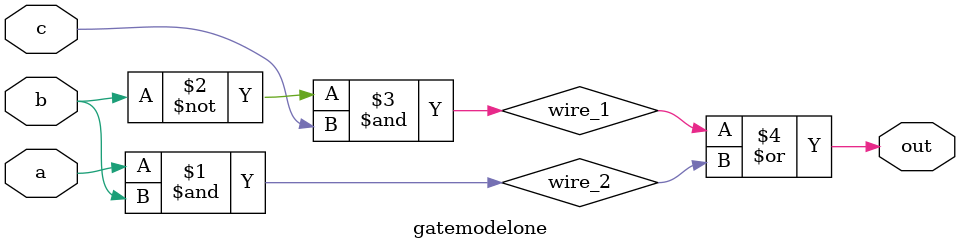
<source format=v>
module gatemodelone(a, b, c, out);
  input a, b, c;
  output out;  

  wire wire_1, wire_2;

  //* Gate-level modelling

  and(wire_2, a, b);
  
  and(wire_1, ~b, c);
  
  or(out, wire_1, wire_2);

endmodule
</source>
